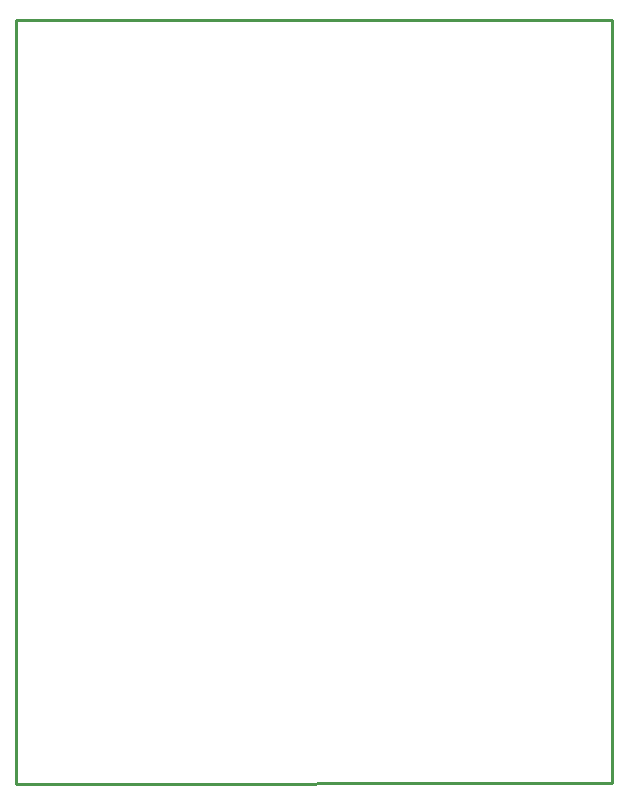
<source format=gko>
G04 EAGLE Gerber RS-274X export*
G75*
%MOMM*%
%FSLAX34Y34*%
%LPD*%
%AMOC8*
5,1,8,0,0,1.08239X$1,22.5*%
G01*
%ADD10C,0.254000*%


D10*
X-12000Y416000D02*
X492000Y417000D01*
X492000Y1063000D01*
X-12000Y1063000D01*
X-12000Y416000D01*
M02*

</source>
